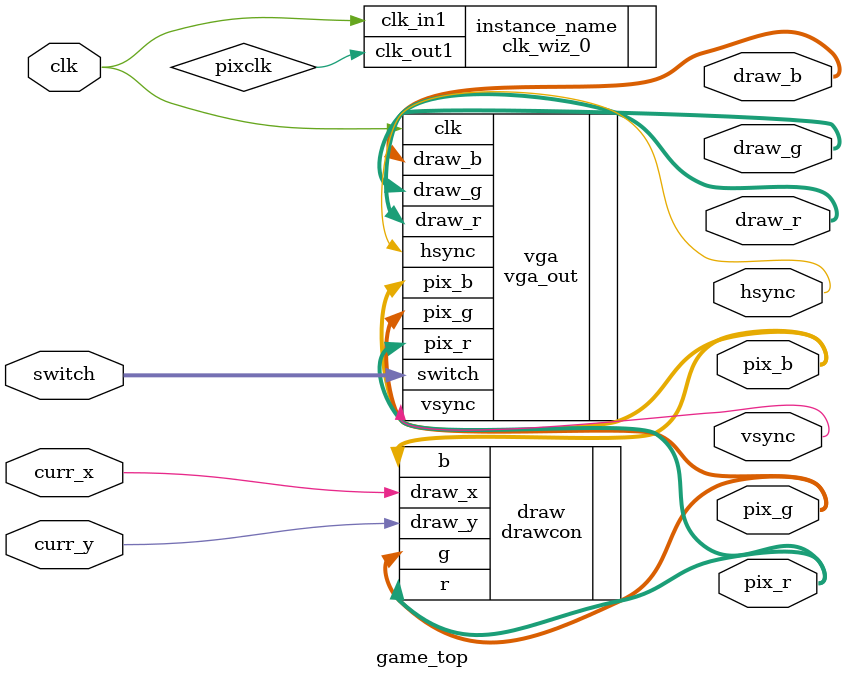
<source format=v>
`timescale 1ns / 1ps
module game_top(
    input clk,
    input [11:0] switch,
    output [3:0] pix_r,
    output [3:0] pix_g,
    output [3:0] pix_b,
    output reg [3:0] draw_r,
    output reg [3:0] draw_g,
    output reg [3:0] draw_b,
    output hsync,
    output vsync,
    input curr_x,
    input curr_y
    );
    vga_out vga(.clk(clk), .switch(switch), .draw_r(draw_r), .draw_g(draw_g), .draw_b(draw_b), .pix_r(pix_r), .pix_g(pix_g), .pix_b(pix_b), .hsync(hsync), .vsync(vsync));
    drawcon draw(.r(pix_r),.g(pix_g),.b(pix_b),.draw_x(curr_x),.draw_y(curr_y));

wire pixclk;
      
    clk_wiz_0 instance_name
  (
  // Clock out ports
  .clk_out1(pixclk),
 // Clock in ports
  .clk_in1(clk)
  );
  
endmodule

</source>
